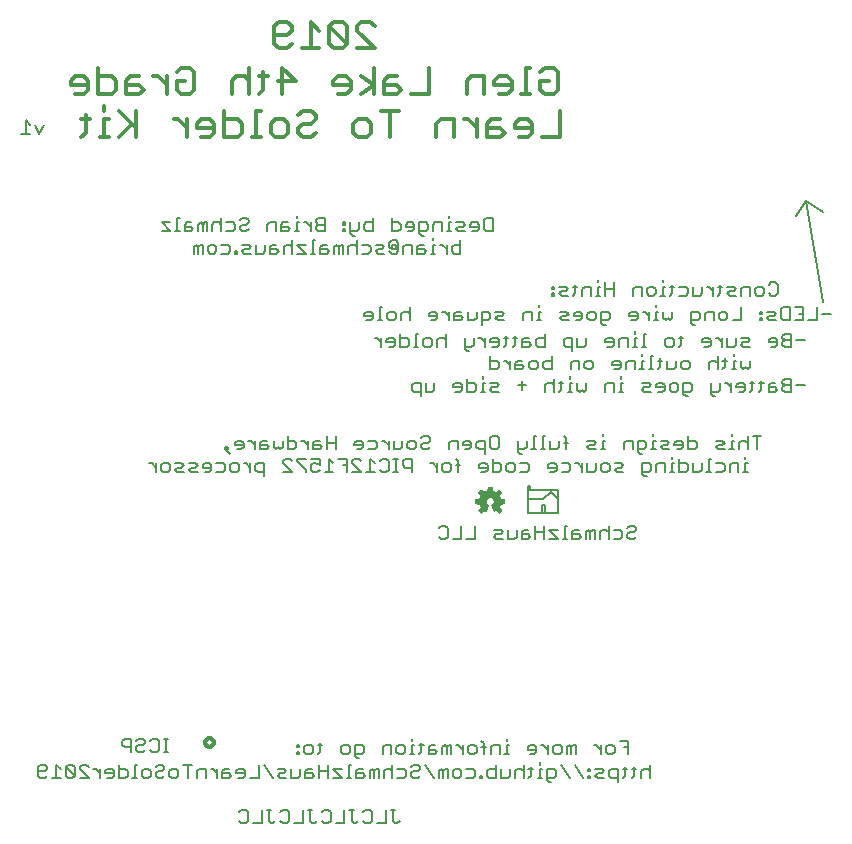
<source format=gbr>
G04 EAGLE Gerber RS-274X export*
G75*
%MOMM*%
%FSLAX34Y34*%
%LPD*%
%INSilkscreen Bottom*%
%IPPOS*%
%AMOC8*
5,1,8,0,0,1.08239X$1,22.5*%
G01*
%ADD10C,0.304800*%
%ADD11C,0.152400*%
%ADD12C,0.203200*%

G36*
X629224Y311780D02*
X629224Y311780D01*
X629290Y311785D01*
X629308Y311796D01*
X629329Y311801D01*
X629414Y311861D01*
X629438Y311875D01*
X629441Y311880D01*
X629446Y311884D01*
X631646Y314184D01*
X631654Y314197D01*
X631667Y314207D01*
X631698Y314271D01*
X631734Y314333D01*
X631735Y314349D01*
X631742Y314363D01*
X631741Y314434D01*
X631747Y314505D01*
X631741Y314520D01*
X631740Y314536D01*
X631683Y314661D01*
X631681Y314665D01*
X631681Y314666D01*
X629813Y317281D01*
X629815Y317292D01*
X629824Y317305D01*
X629835Y317363D01*
X629844Y317384D01*
X629844Y317406D01*
X629850Y317439D01*
X629851Y317444D01*
X629851Y317445D01*
X629851Y317446D01*
X629851Y317456D01*
X629884Y317521D01*
X629940Y317578D01*
X629951Y317596D01*
X629963Y317605D01*
X629971Y317624D01*
X630011Y317676D01*
X630084Y317821D01*
X630140Y317878D01*
X630180Y317942D01*
X630224Y318005D01*
X630226Y318017D01*
X630231Y318025D01*
X630235Y318060D01*
X630251Y318146D01*
X630251Y318195D01*
X630280Y318242D01*
X630324Y318305D01*
X630326Y318317D01*
X630331Y318325D01*
X630335Y318360D01*
X630351Y318446D01*
X630351Y318556D01*
X630384Y318621D01*
X630440Y318678D01*
X630480Y318742D01*
X630524Y318805D01*
X630526Y318817D01*
X630531Y318825D01*
X630535Y318860D01*
X630541Y318893D01*
X630544Y318901D01*
X630544Y318909D01*
X630551Y318946D01*
X630551Y318995D01*
X630580Y319042D01*
X630624Y319105D01*
X630626Y319117D01*
X630631Y319125D01*
X630635Y319160D01*
X630651Y319246D01*
X630651Y319356D01*
X630680Y319414D01*
X633936Y319972D01*
X633954Y319979D01*
X633973Y319980D01*
X634033Y320013D01*
X634095Y320039D01*
X634108Y320054D01*
X634125Y320063D01*
X634164Y320119D01*
X634208Y320170D01*
X634213Y320189D01*
X634224Y320205D01*
X634246Y320316D01*
X634251Y320338D01*
X634250Y320342D01*
X634251Y320346D01*
X634251Y323546D01*
X634247Y323565D01*
X634249Y323584D01*
X634238Y323618D01*
X634237Y323625D01*
X634232Y323635D01*
X634227Y323648D01*
X634212Y323714D01*
X634199Y323729D01*
X634193Y323747D01*
X634145Y323795D01*
X634102Y323848D01*
X634084Y323855D01*
X634070Y323869D01*
X633964Y323909D01*
X633944Y323918D01*
X633940Y323918D01*
X633936Y323920D01*
X630724Y324470D01*
X630713Y324509D01*
X630712Y324514D01*
X630711Y324515D01*
X630651Y324635D01*
X630651Y324646D01*
X630648Y324661D01*
X630650Y324677D01*
X630630Y324747D01*
X630630Y324762D01*
X630622Y324776D01*
X630613Y324809D01*
X630612Y324814D01*
X630611Y324815D01*
X630551Y324935D01*
X630551Y324946D01*
X630548Y324961D01*
X630550Y324977D01*
X630513Y325109D01*
X630512Y325114D01*
X630511Y325115D01*
X630351Y325435D01*
X630351Y325446D01*
X630348Y325461D01*
X630350Y325477D01*
X630313Y325609D01*
X630312Y325614D01*
X630311Y325615D01*
X630211Y325815D01*
X630188Y325843D01*
X630151Y325897D01*
X630151Y325946D01*
X630134Y326020D01*
X630120Y326095D01*
X630114Y326105D01*
X630112Y326114D01*
X630089Y326142D01*
X630040Y326214D01*
X629984Y326270D01*
X629911Y326415D01*
X629888Y326443D01*
X629851Y326497D01*
X629851Y326546D01*
X629834Y326620D01*
X629830Y326642D01*
X631684Y329330D01*
X631690Y329346D01*
X631702Y329359D01*
X631722Y329426D01*
X631747Y329491D01*
X631746Y329509D01*
X631751Y329525D01*
X631738Y329594D01*
X631732Y329664D01*
X631723Y329678D01*
X631720Y329695D01*
X631649Y329801D01*
X631642Y329812D01*
X631641Y329812D01*
X631640Y329814D01*
X629440Y332014D01*
X629426Y332023D01*
X629415Y332037D01*
X629353Y332068D01*
X629293Y332105D01*
X629276Y332107D01*
X629261Y332114D01*
X629191Y332115D01*
X629121Y332121D01*
X629105Y332115D01*
X629088Y332115D01*
X628970Y332064D01*
X628959Y332060D01*
X628958Y332059D01*
X628957Y332058D01*
X626258Y330196D01*
X626240Y330214D01*
X626175Y330254D01*
X626113Y330298D01*
X626101Y330300D01*
X626093Y330305D01*
X626058Y330308D01*
X625972Y330325D01*
X625922Y330325D01*
X625910Y330333D01*
X625842Y330385D01*
X625697Y330457D01*
X625640Y330514D01*
X625575Y330554D01*
X625513Y330598D01*
X625501Y330600D01*
X625493Y330605D01*
X625458Y330608D01*
X625372Y330625D01*
X625322Y330625D01*
X625310Y330633D01*
X625242Y330685D01*
X625042Y330785D01*
X625026Y330789D01*
X625013Y330798D01*
X624879Y330824D01*
X624873Y330825D01*
X624872Y330825D01*
X624862Y330825D01*
X624742Y330885D01*
X624726Y330889D01*
X624713Y330898D01*
X624579Y330924D01*
X624573Y330925D01*
X624572Y330925D01*
X624522Y330925D01*
X624475Y330954D01*
X624413Y330998D01*
X624401Y331000D01*
X624393Y331005D01*
X624358Y331008D01*
X624272Y331025D01*
X624162Y331025D01*
X624104Y331054D01*
X623546Y334310D01*
X623538Y334328D01*
X623537Y334347D01*
X623505Y334406D01*
X623478Y334469D01*
X623464Y334482D01*
X623454Y334499D01*
X623399Y334538D01*
X623347Y334582D01*
X623328Y334587D01*
X623313Y334598D01*
X623202Y334619D01*
X623180Y334625D01*
X623176Y334624D01*
X623172Y334625D01*
X619972Y334625D01*
X619953Y334621D01*
X619934Y334623D01*
X619870Y334601D01*
X619804Y334585D01*
X619789Y334573D01*
X619770Y334567D01*
X619723Y334519D01*
X619670Y334475D01*
X619662Y334458D01*
X619649Y334444D01*
X619609Y334338D01*
X619600Y334317D01*
X619600Y334314D01*
X619598Y334310D01*
X619048Y331098D01*
X619009Y331087D01*
X619004Y331085D01*
X619003Y331085D01*
X619002Y331085D01*
X618882Y331025D01*
X618872Y331025D01*
X618856Y331021D01*
X618840Y331024D01*
X618709Y330987D01*
X618704Y330985D01*
X618703Y330985D01*
X618702Y330985D01*
X618582Y330925D01*
X618572Y330925D01*
X618556Y330921D01*
X618540Y330924D01*
X618409Y330887D01*
X618404Y330885D01*
X618403Y330885D01*
X618402Y330885D01*
X618282Y330825D01*
X618172Y330825D01*
X618098Y330808D01*
X618022Y330794D01*
X618013Y330788D01*
X618004Y330785D01*
X617976Y330763D01*
X617904Y330714D01*
X617847Y330657D01*
X617782Y330625D01*
X617772Y330625D01*
X617756Y330621D01*
X617740Y330624D01*
X617609Y330587D01*
X617604Y330585D01*
X617603Y330585D01*
X617602Y330585D01*
X617402Y330485D01*
X617375Y330462D01*
X617304Y330414D01*
X617247Y330357D01*
X617182Y330325D01*
X617172Y330325D01*
X617156Y330321D01*
X617140Y330324D01*
X617009Y330287D01*
X617004Y330285D01*
X617003Y330285D01*
X617002Y330285D01*
X616861Y330214D01*
X614187Y332058D01*
X614175Y332063D01*
X614166Y332072D01*
X614095Y332094D01*
X614026Y332121D01*
X614013Y332120D01*
X614001Y332124D01*
X613928Y332112D01*
X613854Y332106D01*
X613843Y332099D01*
X613830Y332097D01*
X613710Y332020D01*
X611410Y329820D01*
X611396Y329798D01*
X611376Y329782D01*
X611349Y329726D01*
X611315Y329675D01*
X611312Y329649D01*
X611301Y329626D01*
X611302Y329564D01*
X611295Y329503D01*
X611304Y329479D01*
X611304Y329453D01*
X611342Y329373D01*
X611353Y329340D01*
X611360Y329334D01*
X611365Y329323D01*
X613300Y326650D01*
X613260Y326570D01*
X613204Y326514D01*
X613164Y326449D01*
X613120Y326386D01*
X613118Y326375D01*
X613113Y326367D01*
X613109Y326332D01*
X613093Y326246D01*
X613093Y326196D01*
X613085Y326183D01*
X613033Y326115D01*
X612960Y325970D01*
X612904Y325914D01*
X612864Y325849D01*
X612820Y325786D01*
X612818Y325775D01*
X612813Y325767D01*
X612809Y325732D01*
X612793Y325646D01*
X612793Y325596D01*
X612764Y325549D01*
X612720Y325486D01*
X612718Y325475D01*
X612713Y325467D01*
X612709Y325432D01*
X612693Y325346D01*
X612693Y325235D01*
X612660Y325170D01*
X612604Y325114D01*
X612564Y325049D01*
X612520Y324986D01*
X612518Y324975D01*
X612513Y324967D01*
X612509Y324932D01*
X612493Y324846D01*
X612493Y324796D01*
X612464Y324749D01*
X612420Y324686D01*
X612418Y324675D01*
X612413Y324667D01*
X612409Y324632D01*
X612393Y324546D01*
X612393Y324467D01*
X609110Y323920D01*
X609091Y323912D01*
X609071Y323911D01*
X609012Y323879D01*
X608950Y323853D01*
X608937Y323838D01*
X608919Y323828D01*
X608881Y323773D01*
X608837Y323723D01*
X608831Y323703D01*
X608820Y323686D01*
X608804Y323605D01*
X608800Y323595D01*
X608800Y323584D01*
X608799Y323580D01*
X608793Y323555D01*
X608794Y323551D01*
X608793Y323546D01*
X608793Y320346D01*
X608797Y320327D01*
X608795Y320308D01*
X608817Y320243D01*
X608832Y320177D01*
X608845Y320162D01*
X608851Y320144D01*
X608899Y320096D01*
X608942Y320044D01*
X608960Y320036D01*
X608974Y320022D01*
X609080Y319982D01*
X609100Y319973D01*
X609104Y319973D01*
X609108Y319972D01*
X612396Y319408D01*
X612431Y319283D01*
X612432Y319277D01*
X612433Y319277D01*
X612433Y319276D01*
X612493Y319156D01*
X612493Y319146D01*
X612496Y319130D01*
X612494Y319114D01*
X612531Y318983D01*
X612532Y318977D01*
X612533Y318977D01*
X612533Y318976D01*
X612593Y318856D01*
X612593Y318846D01*
X612596Y318830D01*
X612594Y318814D01*
X612631Y318683D01*
X612632Y318677D01*
X612633Y318677D01*
X612633Y318676D01*
X612793Y318356D01*
X612793Y318346D01*
X612796Y318330D01*
X612794Y318314D01*
X612831Y318183D01*
X612832Y318177D01*
X612833Y318177D01*
X612833Y318176D01*
X612933Y317976D01*
X612956Y317948D01*
X613004Y317878D01*
X613060Y317821D01*
X613093Y317756D01*
X613093Y317746D01*
X613096Y317730D01*
X613094Y317714D01*
X613131Y317583D01*
X613132Y317577D01*
X613133Y317577D01*
X613133Y317576D01*
X613233Y317376D01*
X613256Y317348D01*
X613304Y317278D01*
X613314Y317267D01*
X611369Y314673D01*
X611359Y314651D01*
X611342Y314632D01*
X611324Y314572D01*
X611299Y314515D01*
X611300Y314490D01*
X611293Y314466D01*
X611304Y314405D01*
X611307Y314342D01*
X611319Y314320D01*
X611324Y314296D01*
X611375Y314221D01*
X611391Y314191D01*
X611398Y314186D01*
X611404Y314178D01*
X613704Y311878D01*
X613718Y311869D01*
X613729Y311855D01*
X613791Y311823D01*
X613851Y311786D01*
X613868Y311785D01*
X613883Y311777D01*
X613954Y311777D01*
X614023Y311770D01*
X614039Y311776D01*
X614056Y311776D01*
X614174Y311828D01*
X614185Y311832D01*
X614186Y311833D01*
X614187Y311833D01*
X616886Y313695D01*
X616904Y313678D01*
X616969Y313637D01*
X617031Y313593D01*
X617043Y313591D01*
X617051Y313586D01*
X617086Y313583D01*
X617101Y313580D01*
X617104Y313578D01*
X617169Y313537D01*
X617231Y313493D01*
X617243Y313491D01*
X617251Y313486D01*
X617286Y313483D01*
X617372Y313466D01*
X617422Y313466D01*
X617469Y313437D01*
X617531Y313393D01*
X617543Y313391D01*
X617551Y313386D01*
X617586Y313383D01*
X617601Y313380D01*
X617604Y313378D01*
X617669Y313337D01*
X617731Y313293D01*
X617743Y313291D01*
X617751Y313286D01*
X617786Y313283D01*
X617801Y313280D01*
X617804Y313278D01*
X617869Y313237D01*
X617931Y313193D01*
X617943Y313191D01*
X617951Y313186D01*
X617986Y313183D01*
X618015Y313177D01*
X618042Y313144D01*
X618061Y313136D01*
X618076Y313121D01*
X618139Y313101D01*
X618200Y313073D01*
X618221Y313074D01*
X618240Y313068D01*
X618306Y313078D01*
X618373Y313080D01*
X618391Y313090D01*
X618411Y313093D01*
X618466Y313131D01*
X618525Y313163D01*
X618537Y313180D01*
X618553Y313192D01*
X618610Y313284D01*
X618624Y313305D01*
X618625Y313310D01*
X618628Y313314D01*
X620628Y318714D01*
X620632Y318745D01*
X620644Y318773D01*
X620642Y318829D01*
X620649Y318886D01*
X620639Y318915D01*
X620638Y318946D01*
X620611Y318996D01*
X620592Y319049D01*
X620570Y319071D01*
X620555Y319098D01*
X620495Y319144D01*
X620468Y319170D01*
X620455Y319174D01*
X620442Y319185D01*
X619897Y319457D01*
X619740Y319614D01*
X619710Y319633D01*
X619642Y319685D01*
X619497Y319757D01*
X619184Y320070D01*
X619111Y320215D01*
X619088Y320243D01*
X619040Y320314D01*
X618884Y320470D01*
X618823Y320591D01*
X618732Y320866D01*
X618720Y320885D01*
X618711Y320915D01*
X618651Y321035D01*
X618651Y321146D01*
X618643Y321181D01*
X618632Y321266D01*
X618551Y321507D01*
X618551Y322284D01*
X618632Y322526D01*
X618635Y322562D01*
X618651Y322646D01*
X618651Y322831D01*
X618788Y323035D01*
X618801Y323070D01*
X618832Y323126D01*
X618916Y323378D01*
X619267Y323904D01*
X619614Y324251D01*
X620140Y324602D01*
X620392Y324686D01*
X620410Y324697D01*
X620424Y324700D01*
X620437Y324711D01*
X620482Y324730D01*
X620687Y324866D01*
X620872Y324866D01*
X620907Y324875D01*
X620992Y324886D01*
X621234Y324966D01*
X621825Y324966D01*
X622180Y324878D01*
X622216Y324877D01*
X622272Y324866D01*
X622457Y324866D01*
X622662Y324730D01*
X622697Y324717D01*
X622746Y324689D01*
X622748Y324688D01*
X622749Y324688D01*
X622752Y324686D01*
X623004Y324602D01*
X623231Y324451D01*
X623404Y324278D01*
X623430Y324261D01*
X623462Y324230D01*
X623731Y324051D01*
X623877Y323904D01*
X624228Y323378D01*
X624593Y322284D01*
X624593Y321807D01*
X624512Y321566D01*
X624509Y321530D01*
X624493Y321446D01*
X624493Y321235D01*
X624333Y320915D01*
X624327Y320893D01*
X624312Y320866D01*
X624221Y320591D01*
X624060Y320270D01*
X623904Y320114D01*
X623885Y320083D01*
X623833Y320015D01*
X623760Y319870D01*
X623647Y319757D01*
X623502Y319685D01*
X623475Y319662D01*
X623404Y319614D01*
X623247Y319457D01*
X622926Y319297D01*
X622652Y319205D01*
X622603Y319175D01*
X622550Y319153D01*
X622530Y319131D01*
X622505Y319115D01*
X622474Y319066D01*
X622437Y319023D01*
X622429Y318994D01*
X622413Y318968D01*
X622407Y318911D01*
X622393Y318855D01*
X622399Y318821D01*
X622396Y318796D01*
X622408Y318764D01*
X622416Y318714D01*
X624416Y313314D01*
X624442Y313276D01*
X624458Y313233D01*
X624489Y313205D01*
X624512Y313170D01*
X624552Y313147D01*
X624585Y313116D01*
X624625Y313104D01*
X624662Y313083D01*
X624707Y313080D01*
X624751Y313067D01*
X624792Y313074D01*
X624834Y313072D01*
X624877Y313089D01*
X624922Y313097D01*
X624963Y313125D01*
X624994Y313138D01*
X625011Y313158D01*
X625024Y313166D01*
X625072Y313166D01*
X625146Y313184D01*
X625222Y313197D01*
X625231Y313204D01*
X625240Y313206D01*
X625268Y313229D01*
X625340Y313278D01*
X625347Y313284D01*
X625422Y313297D01*
X625431Y313304D01*
X625440Y313306D01*
X625468Y313329D01*
X625540Y313378D01*
X625547Y313384D01*
X625622Y313397D01*
X625631Y313404D01*
X625640Y313406D01*
X625668Y313429D01*
X625740Y313478D01*
X625747Y313484D01*
X625822Y313497D01*
X625831Y313504D01*
X625840Y313506D01*
X625868Y313529D01*
X625940Y313578D01*
X625947Y313584D01*
X626022Y313597D01*
X626031Y313604D01*
X626040Y313606D01*
X626068Y313629D01*
X626140Y313678D01*
X626147Y313684D01*
X626222Y313697D01*
X626231Y313704D01*
X626240Y313706D01*
X626241Y313706D01*
X628957Y311833D01*
X628977Y311826D01*
X628993Y311812D01*
X629056Y311794D01*
X629118Y311770D01*
X629139Y311772D01*
X629160Y311767D01*
X629224Y311780D01*
G37*
D10*
X663908Y685701D02*
X667636Y689429D01*
X675094Y689429D01*
X678822Y685701D01*
X678822Y670787D01*
X675094Y667058D01*
X667636Y667058D01*
X663908Y670787D01*
X663908Y678244D01*
X671365Y678244D01*
X655434Y689429D02*
X651706Y689429D01*
X651706Y667058D01*
X655434Y667058D02*
X647977Y667058D01*
X636114Y667058D02*
X628657Y667058D01*
X636114Y667058D02*
X639842Y670787D01*
X639842Y678244D01*
X636114Y681972D01*
X628657Y681972D01*
X624928Y678244D01*
X624928Y674515D01*
X639842Y674515D01*
X616454Y667058D02*
X616454Y681972D01*
X605269Y681972D01*
X601540Y678244D01*
X601540Y667058D01*
X569678Y667058D02*
X569678Y689429D01*
X569678Y667058D02*
X554764Y667058D01*
X542562Y681972D02*
X535105Y681972D01*
X531376Y678244D01*
X531376Y667058D01*
X542562Y667058D01*
X546290Y670787D01*
X542562Y674515D01*
X531376Y674515D01*
X522902Y667058D02*
X522902Y689429D01*
X522902Y674515D02*
X511717Y667058D01*
X522902Y674515D02*
X511717Y681972D01*
X499684Y667058D02*
X492227Y667058D01*
X499684Y667058D02*
X503412Y670787D01*
X503412Y678244D01*
X499684Y681972D01*
X492227Y681972D01*
X488498Y678244D01*
X488498Y674515D01*
X503412Y674515D01*
X445451Y667058D02*
X445451Y689429D01*
X456636Y678244D01*
X441722Y678244D01*
X429520Y685701D02*
X429520Y670787D01*
X425791Y667058D01*
X425791Y681972D02*
X433248Y681972D01*
X417656Y689429D02*
X417656Y667058D01*
X417656Y678244D02*
X413928Y681972D01*
X406471Y681972D01*
X402742Y678244D01*
X402742Y667058D01*
X359695Y689429D02*
X355966Y685701D01*
X359695Y689429D02*
X367152Y689429D01*
X370880Y685701D01*
X370880Y670787D01*
X367152Y667058D01*
X359695Y667058D01*
X355966Y670787D01*
X355966Y678244D01*
X363423Y678244D01*
X347492Y681972D02*
X347492Y667058D01*
X347492Y674515D02*
X340035Y681972D01*
X336307Y681972D01*
X324274Y681972D02*
X316817Y681972D01*
X313088Y678244D01*
X313088Y667058D01*
X324274Y667058D01*
X328003Y670787D01*
X324274Y674515D01*
X313088Y674515D01*
X289700Y667058D02*
X289700Y689429D01*
X289700Y667058D02*
X300886Y667058D01*
X304615Y670787D01*
X304615Y678244D01*
X300886Y681972D01*
X289700Y681972D01*
X277498Y667058D02*
X270041Y667058D01*
X277498Y667058D02*
X281227Y670787D01*
X281227Y678244D01*
X277498Y681972D01*
X270041Y681972D01*
X266313Y678244D01*
X266313Y674515D01*
X281227Y674515D01*
X680384Y653025D02*
X680384Y630654D01*
X665470Y630654D01*
X653268Y630654D02*
X645811Y630654D01*
X653268Y630654D02*
X656996Y634383D01*
X656996Y641840D01*
X653268Y645568D01*
X645811Y645568D01*
X642082Y641840D01*
X642082Y638111D01*
X656996Y638111D01*
X629880Y645568D02*
X622423Y645568D01*
X618694Y641840D01*
X618694Y630654D01*
X629880Y630654D01*
X633608Y634383D01*
X629880Y638111D01*
X618694Y638111D01*
X610220Y630654D02*
X610220Y645568D01*
X610220Y638111D02*
X602763Y645568D01*
X599035Y645568D01*
X590730Y645568D02*
X590730Y630654D01*
X590730Y645568D02*
X579545Y645568D01*
X575816Y641840D01*
X575816Y630654D01*
X536497Y630654D02*
X536497Y653025D01*
X543954Y653025D02*
X529040Y653025D01*
X516838Y630654D02*
X509381Y630654D01*
X505652Y634383D01*
X505652Y641840D01*
X509381Y645568D01*
X516838Y645568D01*
X520566Y641840D01*
X520566Y634383D01*
X516838Y630654D01*
X462605Y653025D02*
X458876Y649297D01*
X462605Y653025D02*
X470062Y653025D01*
X473790Y649297D01*
X473790Y645568D01*
X470062Y641840D01*
X462605Y641840D01*
X458876Y638111D01*
X458876Y634383D01*
X462605Y630654D01*
X470062Y630654D01*
X473790Y634383D01*
X446674Y630654D02*
X439217Y630654D01*
X435488Y634383D01*
X435488Y641840D01*
X439217Y645568D01*
X446674Y645568D01*
X450402Y641840D01*
X450402Y634383D01*
X446674Y630654D01*
X427014Y653025D02*
X423286Y653025D01*
X423286Y630654D01*
X427014Y630654D02*
X419557Y630654D01*
X396508Y630654D02*
X396508Y653025D01*
X396508Y630654D02*
X407694Y630654D01*
X411422Y634383D01*
X411422Y641840D01*
X407694Y645568D01*
X396508Y645568D01*
X384306Y630654D02*
X376849Y630654D01*
X384306Y630654D02*
X388034Y634383D01*
X388034Y641840D01*
X384306Y645568D01*
X376849Y645568D01*
X373120Y641840D01*
X373120Y638111D01*
X388034Y638111D01*
X364646Y630654D02*
X364646Y645568D01*
X364646Y638111D02*
X357189Y645568D01*
X353461Y645568D01*
X321769Y653025D02*
X321769Y630654D01*
X321769Y638111D02*
X306854Y653025D01*
X318040Y641840D02*
X306854Y630654D01*
X298381Y645568D02*
X294652Y645568D01*
X294652Y630654D01*
X290924Y630654D02*
X298381Y630654D01*
X294652Y653025D02*
X294652Y656754D01*
X279060Y649297D02*
X279060Y634383D01*
X275332Y630654D01*
X275332Y645568D02*
X282789Y645568D01*
X508780Y705796D02*
X523694Y705796D01*
X508780Y720710D01*
X508780Y724439D01*
X512508Y728167D01*
X519966Y728167D01*
X523694Y724439D01*
X500306Y724439D02*
X500306Y709525D01*
X500306Y724439D02*
X496578Y728167D01*
X489121Y728167D01*
X485392Y724439D01*
X485392Y709525D01*
X489121Y705796D01*
X496578Y705796D01*
X500306Y709525D01*
X485392Y724439D01*
X476918Y720710D02*
X469461Y728167D01*
X469461Y705796D01*
X476918Y705796D02*
X462004Y705796D01*
X453530Y709525D02*
X449802Y705796D01*
X442345Y705796D01*
X438616Y709525D01*
X438616Y724439D01*
X442345Y728167D01*
X449802Y728167D01*
X453530Y724439D01*
X453530Y720710D01*
X449802Y716982D01*
X438616Y716982D01*
D11*
X738540Y119304D02*
X738540Y108118D01*
X738540Y119304D02*
X731083Y119304D01*
X734812Y113711D02*
X738540Y113711D01*
X724982Y108118D02*
X721253Y108118D01*
X719389Y109982D01*
X719389Y113711D01*
X721253Y115575D01*
X724982Y115575D01*
X726846Y113711D01*
X726846Y109982D01*
X724982Y108118D01*
X715152Y108118D02*
X715152Y115575D01*
X715152Y111847D02*
X711424Y115575D01*
X709559Y115575D01*
X693713Y115575D02*
X693713Y108118D01*
X693713Y115575D02*
X691849Y115575D01*
X689985Y113711D01*
X689985Y108118D01*
X689985Y113711D02*
X688120Y115575D01*
X686256Y113711D01*
X686256Y108118D01*
X680155Y108118D02*
X676426Y108118D01*
X674562Y109982D01*
X674562Y113711D01*
X676426Y115575D01*
X680155Y115575D01*
X682019Y113711D01*
X682019Y109982D01*
X680155Y108118D01*
X670325Y108118D02*
X670325Y115575D01*
X670325Y111847D02*
X666597Y115575D01*
X664732Y115575D01*
X658716Y108118D02*
X654987Y108118D01*
X658716Y108118D02*
X660580Y109982D01*
X660580Y113711D01*
X658716Y115575D01*
X654987Y115575D01*
X653123Y113711D01*
X653123Y111847D01*
X660580Y111847D01*
X637192Y115575D02*
X635328Y115575D01*
X635328Y108118D01*
X637192Y108118D02*
X633464Y108118D01*
X635328Y119304D02*
X635328Y121168D01*
X629396Y115575D02*
X629396Y108118D01*
X629396Y115575D02*
X623804Y115575D01*
X621939Y113711D01*
X621939Y108118D01*
X615838Y108118D02*
X615838Y117439D01*
X613974Y119304D01*
X613974Y113711D02*
X617702Y113711D01*
X608042Y108118D02*
X604314Y108118D01*
X602449Y109982D01*
X602449Y113711D01*
X604314Y115575D01*
X608042Y115575D01*
X609906Y113711D01*
X609906Y109982D01*
X608042Y108118D01*
X598212Y108118D02*
X598212Y115575D01*
X598212Y111847D02*
X594484Y115575D01*
X592620Y115575D01*
X588467Y115575D02*
X588467Y108118D01*
X588467Y115575D02*
X586603Y115575D01*
X584739Y113711D01*
X584739Y108118D01*
X584739Y113711D02*
X582875Y115575D01*
X581010Y113711D01*
X581010Y108118D01*
X574909Y115575D02*
X571181Y115575D01*
X569316Y113711D01*
X569316Y108118D01*
X574909Y108118D01*
X576773Y109982D01*
X574909Y111847D01*
X569316Y111847D01*
X563215Y109982D02*
X563215Y117439D01*
X563215Y109982D02*
X561351Y108118D01*
X561351Y115575D02*
X565080Y115575D01*
X557284Y115575D02*
X555419Y115575D01*
X555419Y108118D01*
X553555Y108118D02*
X557284Y108118D01*
X555419Y119304D02*
X555419Y121168D01*
X547623Y108118D02*
X543895Y108118D01*
X542031Y109982D01*
X542031Y113711D01*
X543895Y115575D01*
X547623Y115575D01*
X549488Y113711D01*
X549488Y109982D01*
X547623Y108118D01*
X537794Y108118D02*
X537794Y115575D01*
X532201Y115575D01*
X530337Y113711D01*
X530337Y108118D01*
X510677Y104390D02*
X508813Y104390D01*
X506949Y106254D01*
X506949Y115575D01*
X512541Y115575D01*
X514406Y113711D01*
X514406Y109982D01*
X512541Y108118D01*
X506949Y108118D01*
X500847Y108118D02*
X497119Y108118D01*
X495255Y109982D01*
X495255Y113711D01*
X497119Y115575D01*
X500847Y115575D01*
X502712Y113711D01*
X502712Y109982D01*
X500847Y108118D01*
X477460Y109982D02*
X477460Y117439D01*
X477460Y109982D02*
X475595Y108118D01*
X475595Y115575D02*
X479324Y115575D01*
X469664Y108118D02*
X465935Y108118D01*
X464071Y109982D01*
X464071Y113711D01*
X465935Y115575D01*
X469664Y115575D01*
X471528Y113711D01*
X471528Y109982D01*
X469664Y108118D01*
X459834Y115575D02*
X457970Y115575D01*
X457970Y113711D01*
X459834Y113711D01*
X459834Y115575D01*
X459834Y109982D02*
X457970Y109982D01*
X457970Y108118D01*
X459834Y108118D01*
X459834Y109982D01*
X623555Y550890D02*
X623555Y562076D01*
X623555Y550890D02*
X617962Y550890D01*
X616098Y552754D01*
X616098Y560211D01*
X617962Y562076D01*
X623555Y562076D01*
X609997Y550890D02*
X606268Y550890D01*
X609997Y550890D02*
X611861Y552754D01*
X611861Y556483D01*
X609997Y558347D01*
X606268Y558347D01*
X604404Y556483D01*
X604404Y554619D01*
X611861Y554619D01*
X600167Y550890D02*
X594574Y550890D01*
X592710Y552754D01*
X594574Y554619D01*
X598303Y554619D01*
X600167Y556483D01*
X598303Y558347D01*
X592710Y558347D01*
X588473Y558347D02*
X586609Y558347D01*
X586609Y550890D01*
X588473Y550890D02*
X584745Y550890D01*
X586609Y562076D02*
X586609Y563940D01*
X580677Y558347D02*
X580677Y550890D01*
X580677Y558347D02*
X575084Y558347D01*
X573220Y556483D01*
X573220Y550890D01*
X565255Y547162D02*
X563390Y547162D01*
X561526Y549026D01*
X561526Y558347D01*
X567119Y558347D01*
X568983Y556483D01*
X568983Y552754D01*
X567119Y550890D01*
X561526Y550890D01*
X555425Y550890D02*
X551696Y550890D01*
X555425Y550890D02*
X557289Y552754D01*
X557289Y556483D01*
X555425Y558347D01*
X551696Y558347D01*
X549832Y556483D01*
X549832Y554619D01*
X557289Y554619D01*
X538138Y550890D02*
X538138Y562076D01*
X538138Y550890D02*
X543731Y550890D01*
X545595Y552754D01*
X545595Y556483D01*
X543731Y558347D01*
X538138Y558347D01*
X522207Y562076D02*
X522207Y550890D01*
X516614Y550890D01*
X514750Y552754D01*
X514750Y556483D01*
X516614Y558347D01*
X522207Y558347D01*
X510513Y558347D02*
X510513Y552754D01*
X508649Y550890D01*
X503056Y550890D01*
X503056Y549026D02*
X503056Y558347D01*
X503056Y549026D02*
X504920Y547162D01*
X506785Y547162D01*
X498819Y558347D02*
X496955Y558347D01*
X496955Y556483D01*
X498819Y556483D01*
X498819Y558347D01*
X498819Y552754D02*
X496955Y552754D01*
X496955Y550890D01*
X498819Y550890D01*
X498819Y552754D01*
X481278Y550890D02*
X481278Y562076D01*
X475686Y562076D01*
X473821Y560211D01*
X473821Y558347D01*
X475686Y556483D01*
X473821Y554619D01*
X473821Y552754D01*
X475686Y550890D01*
X481278Y550890D01*
X481278Y556483D02*
X475686Y556483D01*
X469584Y558347D02*
X469584Y550890D01*
X469584Y554619D02*
X465856Y558347D01*
X463992Y558347D01*
X459839Y558347D02*
X457975Y558347D01*
X457975Y550890D01*
X459839Y550890D02*
X456111Y550890D01*
X457975Y562076D02*
X457975Y563940D01*
X450179Y558347D02*
X446451Y558347D01*
X444586Y556483D01*
X444586Y550890D01*
X450179Y550890D01*
X452043Y552754D01*
X450179Y554619D01*
X444586Y554619D01*
X440349Y558347D02*
X440349Y550890D01*
X440349Y558347D02*
X434757Y558347D01*
X432892Y556483D01*
X432892Y550890D01*
X411369Y562076D02*
X409504Y560211D01*
X411369Y562076D02*
X415097Y562076D01*
X416962Y560211D01*
X416962Y558347D01*
X415097Y556483D01*
X411369Y556483D01*
X409504Y554619D01*
X409504Y552754D01*
X411369Y550890D01*
X415097Y550890D01*
X416962Y552754D01*
X403403Y558347D02*
X397811Y558347D01*
X403403Y558347D02*
X405268Y556483D01*
X405268Y552754D01*
X403403Y550890D01*
X397811Y550890D01*
X393574Y550890D02*
X393574Y562076D01*
X391709Y558347D02*
X393574Y556483D01*
X391709Y558347D02*
X387981Y558347D01*
X386117Y556483D01*
X386117Y550890D01*
X381880Y550890D02*
X381880Y558347D01*
X380015Y558347D01*
X378151Y556483D01*
X378151Y550890D01*
X378151Y556483D02*
X376287Y558347D01*
X374423Y556483D01*
X374423Y550890D01*
X368321Y558347D02*
X364593Y558347D01*
X362729Y556483D01*
X362729Y550890D01*
X368321Y550890D01*
X370186Y552754D01*
X368321Y554619D01*
X362729Y554619D01*
X358492Y562076D02*
X356627Y562076D01*
X356627Y550890D01*
X354763Y550890D02*
X358492Y550890D01*
X350696Y558347D02*
X343239Y558347D01*
X350696Y550890D01*
X343239Y550890D01*
X596269Y543026D02*
X596269Y531840D01*
X590676Y531840D01*
X588812Y533704D01*
X588812Y537433D01*
X590676Y539297D01*
X596269Y539297D01*
X584575Y539297D02*
X584575Y531840D01*
X584575Y535569D02*
X580846Y539297D01*
X578982Y539297D01*
X574830Y539297D02*
X572966Y539297D01*
X572966Y531840D01*
X574830Y531840D02*
X571102Y531840D01*
X572966Y543026D02*
X572966Y544890D01*
X565170Y539297D02*
X561441Y539297D01*
X559577Y537433D01*
X559577Y531840D01*
X565170Y531840D01*
X567034Y533704D01*
X565170Y535569D01*
X559577Y535569D01*
X555340Y539297D02*
X555340Y531840D01*
X555340Y539297D02*
X549747Y539297D01*
X547883Y537433D01*
X547883Y531840D01*
X538053Y531840D02*
X536189Y533704D01*
X538053Y531840D02*
X541782Y531840D01*
X543646Y533704D01*
X543646Y541161D01*
X541782Y543026D01*
X538053Y543026D01*
X536189Y541161D01*
X536189Y537433D01*
X538053Y535569D01*
X541782Y535569D01*
X541782Y539297D01*
X538053Y539297D01*
X538053Y535569D01*
X531952Y531840D02*
X526359Y531840D01*
X524495Y533704D01*
X526359Y535569D01*
X530088Y535569D01*
X531952Y537433D01*
X530088Y539297D01*
X524495Y539297D01*
X518394Y539297D02*
X512801Y539297D01*
X518394Y539297D02*
X520258Y537433D01*
X520258Y533704D01*
X518394Y531840D01*
X512801Y531840D01*
X508564Y531840D02*
X508564Y543026D01*
X506700Y539297D02*
X508564Y537433D01*
X506700Y539297D02*
X502971Y539297D01*
X501107Y537433D01*
X501107Y531840D01*
X496870Y531840D02*
X496870Y539297D01*
X495006Y539297D01*
X493142Y537433D01*
X493142Y531840D01*
X493142Y537433D02*
X491277Y539297D01*
X489413Y537433D01*
X489413Y531840D01*
X483312Y539297D02*
X479584Y539297D01*
X477719Y537433D01*
X477719Y531840D01*
X483312Y531840D01*
X485176Y533704D01*
X483312Y535569D01*
X477719Y535569D01*
X473482Y543026D02*
X471618Y543026D01*
X471618Y531840D01*
X473482Y531840D02*
X469754Y531840D01*
X465686Y539297D02*
X458229Y539297D01*
X465686Y531840D01*
X458229Y531840D01*
X453992Y531840D02*
X453992Y543026D01*
X452128Y539297D02*
X453992Y537433D01*
X452128Y539297D02*
X448400Y539297D01*
X446535Y537433D01*
X446535Y531840D01*
X440434Y539297D02*
X436706Y539297D01*
X434841Y537433D01*
X434841Y531840D01*
X440434Y531840D01*
X442298Y533704D01*
X440434Y535569D01*
X434841Y535569D01*
X430604Y533704D02*
X430604Y539297D01*
X430604Y533704D02*
X428740Y531840D01*
X423147Y531840D01*
X423147Y539297D01*
X418910Y531840D02*
X413318Y531840D01*
X411453Y533704D01*
X413318Y535569D01*
X417046Y535569D01*
X418910Y537433D01*
X417046Y539297D01*
X411453Y539297D01*
X407216Y533704D02*
X407216Y531840D01*
X407216Y533704D02*
X405352Y533704D01*
X405352Y531840D01*
X407216Y531840D01*
X399505Y539297D02*
X393912Y539297D01*
X399505Y539297D02*
X401370Y537433D01*
X401370Y533704D01*
X399505Y531840D01*
X393912Y531840D01*
X387811Y531840D02*
X384083Y531840D01*
X382219Y533704D01*
X382219Y537433D01*
X384083Y539297D01*
X387811Y539297D01*
X389676Y537433D01*
X389676Y533704D01*
X387811Y531840D01*
X377982Y531840D02*
X377982Y539297D01*
X376117Y539297D01*
X374253Y537433D01*
X374253Y531840D01*
X374253Y537433D02*
X372389Y539297D01*
X370525Y537433D01*
X370525Y531840D01*
X737689Y299695D02*
X739553Y301560D01*
X743282Y301560D01*
X745146Y299695D01*
X745146Y297831D01*
X743282Y295967D01*
X739553Y295967D01*
X737689Y294103D01*
X737689Y292238D01*
X739553Y290374D01*
X743282Y290374D01*
X745146Y292238D01*
X731588Y297831D02*
X725995Y297831D01*
X731588Y297831D02*
X733452Y295967D01*
X733452Y292238D01*
X731588Y290374D01*
X725995Y290374D01*
X721758Y290374D02*
X721758Y301560D01*
X719894Y297831D02*
X721758Y295967D01*
X719894Y297831D02*
X716165Y297831D01*
X714301Y295967D01*
X714301Y290374D01*
X710064Y290374D02*
X710064Y297831D01*
X708200Y297831D01*
X706336Y295967D01*
X706336Y290374D01*
X706336Y295967D02*
X704471Y297831D01*
X702607Y295967D01*
X702607Y290374D01*
X696506Y297831D02*
X692777Y297831D01*
X690913Y295967D01*
X690913Y290374D01*
X696506Y290374D01*
X698370Y292238D01*
X696506Y294103D01*
X690913Y294103D01*
X686676Y301560D02*
X684812Y301560D01*
X684812Y290374D01*
X686676Y290374D02*
X682948Y290374D01*
X678880Y297831D02*
X671423Y297831D01*
X678880Y290374D01*
X671423Y290374D01*
X667186Y290374D02*
X667186Y301560D01*
X667186Y295967D02*
X659729Y295967D01*
X659729Y301560D02*
X659729Y290374D01*
X653628Y297831D02*
X649900Y297831D01*
X648035Y295967D01*
X648035Y290374D01*
X653628Y290374D01*
X655492Y292238D01*
X653628Y294103D01*
X648035Y294103D01*
X643798Y292238D02*
X643798Y297831D01*
X643798Y292238D02*
X641934Y290374D01*
X636341Y290374D01*
X636341Y297831D01*
X632104Y290374D02*
X626512Y290374D01*
X624647Y292238D01*
X626512Y294103D01*
X630240Y294103D01*
X632104Y295967D01*
X630240Y297831D01*
X624647Y297831D01*
X608716Y301560D02*
X608716Y290374D01*
X601259Y290374D01*
X597022Y290374D02*
X597022Y301560D01*
X597022Y290374D02*
X589565Y290374D01*
X579736Y301560D02*
X577871Y299695D01*
X579736Y301560D02*
X583464Y301560D01*
X585328Y299695D01*
X585328Y292238D01*
X583464Y290374D01*
X579736Y290374D01*
X577871Y292238D01*
X902641Y480841D02*
X910098Y480841D01*
X898404Y486434D02*
X898404Y475248D01*
X890947Y475248D01*
X886710Y486434D02*
X879253Y486434D01*
X886710Y486434D02*
X886710Y475248D01*
X879253Y475248D01*
X882982Y480841D02*
X886710Y480841D01*
X875016Y486434D02*
X875016Y475248D01*
X869423Y475248D01*
X867559Y477112D01*
X867559Y484569D01*
X869423Y486434D01*
X875016Y486434D01*
X863322Y475248D02*
X857729Y475248D01*
X855865Y477112D01*
X857729Y478977D01*
X861458Y478977D01*
X863322Y480841D01*
X861458Y482705D01*
X855865Y482705D01*
X851628Y482705D02*
X849764Y482705D01*
X849764Y480841D01*
X851628Y480841D01*
X851628Y482705D01*
X851628Y477112D02*
X849764Y477112D01*
X849764Y475248D01*
X851628Y475248D01*
X851628Y477112D01*
X834087Y475248D02*
X834087Y486434D01*
X834087Y475248D02*
X826630Y475248D01*
X820529Y475248D02*
X816801Y475248D01*
X814936Y477112D01*
X814936Y480841D01*
X816801Y482705D01*
X820529Y482705D01*
X822393Y480841D01*
X822393Y477112D01*
X820529Y475248D01*
X810699Y475248D02*
X810699Y482705D01*
X805107Y482705D01*
X803242Y480841D01*
X803242Y475248D01*
X795277Y471520D02*
X793413Y471520D01*
X791548Y473384D01*
X791548Y482705D01*
X797141Y482705D01*
X799005Y480841D01*
X799005Y477112D01*
X797141Y475248D01*
X791548Y475248D01*
X775617Y477112D02*
X775617Y482705D01*
X775617Y477112D02*
X773753Y475248D01*
X771889Y477112D01*
X770025Y475248D01*
X768160Y477112D01*
X768160Y482705D01*
X763923Y482705D02*
X762059Y482705D01*
X762059Y475248D01*
X763923Y475248D02*
X760195Y475248D01*
X762059Y486434D02*
X762059Y488298D01*
X756127Y482705D02*
X756127Y475248D01*
X756127Y478977D02*
X752399Y482705D01*
X750535Y482705D01*
X744518Y475248D02*
X740790Y475248D01*
X744518Y475248D02*
X746382Y477112D01*
X746382Y480841D01*
X744518Y482705D01*
X740790Y482705D01*
X738925Y480841D01*
X738925Y478977D01*
X746382Y478977D01*
X719266Y471520D02*
X717402Y471520D01*
X715538Y473384D01*
X715538Y482705D01*
X721130Y482705D01*
X722995Y480841D01*
X722995Y477112D01*
X721130Y475248D01*
X715538Y475248D01*
X709436Y475248D02*
X705708Y475248D01*
X703844Y477112D01*
X703844Y480841D01*
X705708Y482705D01*
X709436Y482705D01*
X711301Y480841D01*
X711301Y477112D01*
X709436Y475248D01*
X697742Y475248D02*
X694014Y475248D01*
X697742Y475248D02*
X699607Y477112D01*
X699607Y480841D01*
X697742Y482705D01*
X694014Y482705D01*
X692150Y480841D01*
X692150Y478977D01*
X699607Y478977D01*
X687913Y475248D02*
X682320Y475248D01*
X680456Y477112D01*
X682320Y478977D01*
X686048Y478977D01*
X687913Y480841D01*
X686048Y482705D01*
X680456Y482705D01*
X664525Y482705D02*
X662660Y482705D01*
X662660Y475248D01*
X660796Y475248D02*
X664525Y475248D01*
X662660Y486434D02*
X662660Y488298D01*
X656729Y482705D02*
X656729Y475248D01*
X656729Y482705D02*
X651136Y482705D01*
X649272Y480841D01*
X649272Y475248D01*
X633341Y475248D02*
X627748Y475248D01*
X625884Y477112D01*
X627748Y478977D01*
X631477Y478977D01*
X633341Y480841D01*
X631477Y482705D01*
X625884Y482705D01*
X614190Y482705D02*
X614190Y471520D01*
X614190Y482705D02*
X619783Y482705D01*
X621647Y480841D01*
X621647Y477112D01*
X619783Y475248D01*
X614190Y475248D01*
X609953Y477112D02*
X609953Y482705D01*
X609953Y477112D02*
X608089Y475248D01*
X602496Y475248D01*
X602496Y482705D01*
X596395Y482705D02*
X592666Y482705D01*
X590802Y480841D01*
X590802Y475248D01*
X596395Y475248D01*
X598259Y477112D01*
X596395Y478977D01*
X590802Y478977D01*
X586565Y482705D02*
X586565Y475248D01*
X586565Y478977D02*
X582836Y482705D01*
X580972Y482705D01*
X574956Y475248D02*
X571227Y475248D01*
X574956Y475248D02*
X576820Y477112D01*
X576820Y480841D01*
X574956Y482705D01*
X571227Y482705D01*
X569363Y480841D01*
X569363Y478977D01*
X576820Y478977D01*
X553432Y475248D02*
X553432Y486434D01*
X551568Y482705D02*
X553432Y480841D01*
X551568Y482705D02*
X547839Y482705D01*
X545975Y480841D01*
X545975Y475248D01*
X539874Y475248D02*
X536145Y475248D01*
X534281Y477112D01*
X534281Y480841D01*
X536145Y482705D01*
X539874Y482705D01*
X541738Y480841D01*
X541738Y477112D01*
X539874Y475248D01*
X530044Y486434D02*
X528180Y486434D01*
X528180Y475248D01*
X530044Y475248D02*
X526316Y475248D01*
X520384Y475248D02*
X516655Y475248D01*
X520384Y475248D02*
X522248Y477112D01*
X522248Y480841D01*
X520384Y482705D01*
X516655Y482705D01*
X514791Y480841D01*
X514791Y478977D01*
X522248Y478977D01*
X756940Y99166D02*
X756940Y87980D01*
X756940Y93573D02*
X755076Y95437D01*
X751347Y95437D01*
X749483Y93573D01*
X749483Y87980D01*
X743382Y89844D02*
X743382Y97301D01*
X743382Y89844D02*
X741518Y87980D01*
X741518Y95437D02*
X745246Y95437D01*
X735586Y97301D02*
X735586Y89844D01*
X733722Y87980D01*
X733722Y95437D02*
X737450Y95437D01*
X729654Y95437D02*
X729654Y84252D01*
X729654Y95437D02*
X724061Y95437D01*
X722197Y93573D01*
X722197Y89844D01*
X724061Y87980D01*
X729654Y87980D01*
X717960Y87980D02*
X712367Y87980D01*
X710503Y89844D01*
X712367Y91709D01*
X716096Y91709D01*
X717960Y93573D01*
X716096Y95437D01*
X710503Y95437D01*
X706266Y95437D02*
X704402Y95437D01*
X704402Y93573D01*
X706266Y93573D01*
X706266Y95437D01*
X706266Y89844D02*
X704402Y89844D01*
X704402Y87980D01*
X706266Y87980D01*
X706266Y89844D01*
X700419Y87980D02*
X692962Y99166D01*
X681268Y99166D02*
X688725Y87980D01*
X673303Y84252D02*
X671439Y84252D01*
X669574Y86116D01*
X669574Y95437D01*
X675167Y95437D01*
X677031Y93573D01*
X677031Y89844D01*
X675167Y87980D01*
X669574Y87980D01*
X665337Y95437D02*
X663473Y95437D01*
X663473Y87980D01*
X665337Y87980D02*
X661609Y87980D01*
X663473Y99166D02*
X663473Y101030D01*
X655677Y97301D02*
X655677Y89844D01*
X653813Y87980D01*
X653813Y95437D02*
X657541Y95437D01*
X649745Y99166D02*
X649745Y87980D01*
X649745Y93573D02*
X647881Y95437D01*
X644153Y95437D01*
X642288Y93573D01*
X642288Y87980D01*
X638051Y89844D02*
X638051Y95437D01*
X638051Y89844D02*
X636187Y87980D01*
X630594Y87980D01*
X630594Y95437D01*
X626357Y99166D02*
X626357Y87980D01*
X620765Y87980D01*
X618900Y89844D01*
X618900Y93573D01*
X620765Y95437D01*
X626357Y95437D01*
X614663Y89844D02*
X614663Y87980D01*
X614663Y89844D02*
X612799Y89844D01*
X612799Y87980D01*
X614663Y87980D01*
X606952Y95437D02*
X601359Y95437D01*
X606952Y95437D02*
X608816Y93573D01*
X608816Y89844D01*
X606952Y87980D01*
X601359Y87980D01*
X595258Y87980D02*
X591530Y87980D01*
X589665Y89844D01*
X589665Y93573D01*
X591530Y95437D01*
X595258Y95437D01*
X597123Y93573D01*
X597123Y89844D01*
X595258Y87980D01*
X585429Y87980D02*
X585429Y95437D01*
X583564Y95437D01*
X581700Y93573D01*
X581700Y87980D01*
X581700Y93573D02*
X579836Y95437D01*
X577972Y93573D01*
X577972Y87980D01*
X573735Y87980D02*
X566278Y99166D01*
X556448Y99166D02*
X554584Y97301D01*
X556448Y99166D02*
X560176Y99166D01*
X562041Y97301D01*
X562041Y95437D01*
X560176Y93573D01*
X556448Y93573D01*
X554584Y91709D01*
X554584Y89844D01*
X556448Y87980D01*
X560176Y87980D01*
X562041Y89844D01*
X548482Y95437D02*
X542890Y95437D01*
X548482Y95437D02*
X550347Y93573D01*
X550347Y89844D01*
X548482Y87980D01*
X542890Y87980D01*
X538653Y87980D02*
X538653Y99166D01*
X536788Y95437D02*
X538653Y93573D01*
X536788Y95437D02*
X533060Y95437D01*
X531196Y93573D01*
X531196Y87980D01*
X526959Y87980D02*
X526959Y95437D01*
X525094Y95437D01*
X523230Y93573D01*
X523230Y87980D01*
X523230Y93573D02*
X521366Y95437D01*
X519502Y93573D01*
X519502Y87980D01*
X513400Y95437D02*
X509672Y95437D01*
X507808Y93573D01*
X507808Y87980D01*
X513400Y87980D01*
X515265Y89844D01*
X513400Y91709D01*
X507808Y91709D01*
X503571Y99166D02*
X501707Y99166D01*
X501707Y87980D01*
X503571Y87980D02*
X499842Y87980D01*
X495775Y95437D02*
X488318Y95437D01*
X495775Y87980D01*
X488318Y87980D01*
X484081Y87980D02*
X484081Y99166D01*
X484081Y93573D02*
X476624Y93573D01*
X476624Y99166D02*
X476624Y87980D01*
X470523Y95437D02*
X466794Y95437D01*
X464930Y93573D01*
X464930Y87980D01*
X470523Y87980D01*
X472387Y89844D01*
X470523Y91709D01*
X464930Y91709D01*
X460693Y89844D02*
X460693Y95437D01*
X460693Y89844D02*
X458829Y87980D01*
X453236Y87980D01*
X453236Y95437D01*
X448999Y87980D02*
X443406Y87980D01*
X441542Y89844D01*
X443406Y91709D01*
X447135Y91709D01*
X448999Y93573D01*
X447135Y95437D01*
X441542Y95437D01*
X437305Y87980D02*
X429848Y99166D01*
X425611Y99166D02*
X425611Y87980D01*
X418154Y87980D01*
X412053Y87980D02*
X408324Y87980D01*
X412053Y87980D02*
X413917Y89844D01*
X413917Y93573D01*
X412053Y95437D01*
X408324Y95437D01*
X406460Y93573D01*
X406460Y91709D01*
X413917Y91709D01*
X400359Y95437D02*
X396630Y95437D01*
X394766Y93573D01*
X394766Y87980D01*
X400359Y87980D01*
X402223Y89844D01*
X400359Y91709D01*
X394766Y91709D01*
X390529Y95437D02*
X390529Y87980D01*
X390529Y91709D02*
X386801Y95437D01*
X384936Y95437D01*
X380784Y95437D02*
X380784Y87980D01*
X380784Y95437D02*
X375191Y95437D01*
X373327Y93573D01*
X373327Y87980D01*
X365362Y87980D02*
X365362Y99166D01*
X369090Y99166D02*
X361633Y99166D01*
X355532Y87980D02*
X351803Y87980D01*
X349939Y89844D01*
X349939Y93573D01*
X351803Y95437D01*
X355532Y95437D01*
X357396Y93573D01*
X357396Y89844D01*
X355532Y87980D01*
X340109Y99166D02*
X338245Y97301D01*
X340109Y99166D02*
X343838Y99166D01*
X345702Y97301D01*
X345702Y95437D01*
X343838Y93573D01*
X340109Y93573D01*
X338245Y91709D01*
X338245Y89844D01*
X340109Y87980D01*
X343838Y87980D01*
X345702Y89844D01*
X332144Y87980D02*
X328415Y87980D01*
X326551Y89844D01*
X326551Y93573D01*
X328415Y95437D01*
X332144Y95437D01*
X334008Y93573D01*
X334008Y89844D01*
X332144Y87980D01*
X322314Y99166D02*
X320450Y99166D01*
X320450Y87980D01*
X322314Y87980D02*
X318586Y87980D01*
X307061Y87980D02*
X307061Y99166D01*
X307061Y87980D02*
X312654Y87980D01*
X314518Y89844D01*
X314518Y93573D01*
X312654Y95437D01*
X307061Y95437D01*
X300960Y87980D02*
X297232Y87980D01*
X300960Y87980D02*
X302824Y89844D01*
X302824Y93573D01*
X300960Y95437D01*
X297232Y95437D01*
X295367Y93573D01*
X295367Y91709D01*
X302824Y91709D01*
X291130Y95437D02*
X291130Y87980D01*
X291130Y91709D02*
X287402Y95437D01*
X285538Y95437D01*
X281385Y87980D02*
X273928Y87980D01*
X281385Y87980D02*
X273928Y95437D01*
X273928Y97301D01*
X275793Y99166D01*
X279521Y99166D01*
X281385Y97301D01*
X269691Y97301D02*
X269691Y89844D01*
X269691Y97301D02*
X267827Y99166D01*
X264099Y99166D01*
X262234Y97301D01*
X262234Y89844D01*
X264099Y87980D01*
X267827Y87980D01*
X269691Y89844D01*
X262234Y97301D01*
X257997Y95437D02*
X254269Y99166D01*
X254269Y87980D01*
X257997Y87980D02*
X250540Y87980D01*
X246303Y89844D02*
X244439Y87980D01*
X240711Y87980D01*
X238846Y89844D01*
X238846Y97301D01*
X240711Y99166D01*
X244439Y99166D01*
X246303Y97301D01*
X246303Y95437D01*
X244439Y93573D01*
X238846Y93573D01*
X847442Y366028D02*
X847442Y377214D01*
X851170Y377214D02*
X843713Y377214D01*
X839476Y377214D02*
X839476Y366028D01*
X839476Y371621D02*
X837612Y373485D01*
X833883Y373485D01*
X832019Y371621D01*
X832019Y366028D01*
X827782Y373485D02*
X825918Y373485D01*
X825918Y366028D01*
X827782Y366028D02*
X824054Y366028D01*
X825918Y377214D02*
X825918Y379078D01*
X819986Y366028D02*
X814393Y366028D01*
X812529Y367892D01*
X814393Y369757D01*
X818122Y369757D01*
X819986Y371621D01*
X818122Y373485D01*
X812529Y373485D01*
X789141Y377214D02*
X789141Y366028D01*
X794734Y366028D01*
X796598Y367892D01*
X796598Y371621D01*
X794734Y373485D01*
X789141Y373485D01*
X783040Y366028D02*
X779311Y366028D01*
X783040Y366028D02*
X784904Y367892D01*
X784904Y371621D01*
X783040Y373485D01*
X779311Y373485D01*
X777447Y371621D01*
X777447Y369757D01*
X784904Y369757D01*
X773210Y366028D02*
X767617Y366028D01*
X765753Y367892D01*
X767617Y369757D01*
X771346Y369757D01*
X773210Y371621D01*
X771346Y373485D01*
X765753Y373485D01*
X761516Y373485D02*
X759652Y373485D01*
X759652Y366028D01*
X761516Y366028D02*
X757788Y366028D01*
X759652Y377214D02*
X759652Y379078D01*
X749992Y362300D02*
X748128Y362300D01*
X746263Y364164D01*
X746263Y373485D01*
X751856Y373485D01*
X753720Y371621D01*
X753720Y367892D01*
X751856Y366028D01*
X746263Y366028D01*
X742026Y366028D02*
X742026Y373485D01*
X736434Y373485D01*
X734569Y371621D01*
X734569Y366028D01*
X718638Y373485D02*
X716774Y373485D01*
X716774Y366028D01*
X718638Y366028D02*
X714910Y366028D01*
X716774Y377214D02*
X716774Y379078D01*
X710842Y366028D02*
X705250Y366028D01*
X703385Y367892D01*
X705250Y369757D01*
X708978Y369757D01*
X710842Y371621D01*
X708978Y373485D01*
X703385Y373485D01*
X685590Y375349D02*
X685590Y366028D01*
X685590Y375349D02*
X683726Y377214D01*
X683726Y371621D02*
X687454Y371621D01*
X679659Y373485D02*
X679659Y367892D01*
X677794Y366028D01*
X672201Y366028D01*
X672201Y373485D01*
X667965Y377214D02*
X666100Y377214D01*
X666100Y366028D01*
X664236Y366028D02*
X667965Y366028D01*
X660169Y377214D02*
X658304Y377214D01*
X658304Y366028D01*
X656440Y366028D02*
X660169Y366028D01*
X652373Y367892D02*
X652373Y373485D01*
X652373Y367892D02*
X650508Y366028D01*
X644916Y366028D01*
X644916Y364164D02*
X644916Y373485D01*
X644916Y364164D02*
X646780Y362300D01*
X648644Y362300D01*
X627120Y377214D02*
X623392Y377214D01*
X627120Y377214D02*
X628985Y375349D01*
X628985Y367892D01*
X627120Y366028D01*
X623392Y366028D01*
X621528Y367892D01*
X621528Y375349D01*
X623392Y377214D01*
X617291Y373485D02*
X617291Y362300D01*
X617291Y373485D02*
X611698Y373485D01*
X609834Y371621D01*
X609834Y367892D01*
X611698Y366028D01*
X617291Y366028D01*
X603732Y366028D02*
X600004Y366028D01*
X603732Y366028D02*
X605597Y367892D01*
X605597Y371621D01*
X603732Y373485D01*
X600004Y373485D01*
X598140Y371621D01*
X598140Y369757D01*
X605597Y369757D01*
X593903Y373485D02*
X593903Y366028D01*
X593903Y373485D02*
X588310Y373485D01*
X586446Y371621D01*
X586446Y366028D01*
X564922Y377214D02*
X563058Y375349D01*
X564922Y377214D02*
X568651Y377214D01*
X570515Y375349D01*
X570515Y373485D01*
X568651Y371621D01*
X564922Y371621D01*
X563058Y369757D01*
X563058Y367892D01*
X564922Y366028D01*
X568651Y366028D01*
X570515Y367892D01*
X556957Y366028D02*
X553228Y366028D01*
X551364Y367892D01*
X551364Y371621D01*
X553228Y373485D01*
X556957Y373485D01*
X558821Y371621D01*
X558821Y367892D01*
X556957Y366028D01*
X547127Y367892D02*
X547127Y373485D01*
X547127Y367892D02*
X545263Y366028D01*
X539670Y366028D01*
X539670Y373485D01*
X535433Y373485D02*
X535433Y366028D01*
X535433Y369757D02*
X531704Y373485D01*
X529840Y373485D01*
X523824Y373485D02*
X518231Y373485D01*
X523824Y373485D02*
X525688Y371621D01*
X525688Y367892D01*
X523824Y366028D01*
X518231Y366028D01*
X512130Y366028D02*
X508401Y366028D01*
X512130Y366028D02*
X513994Y367892D01*
X513994Y371621D01*
X512130Y373485D01*
X508401Y373485D01*
X506537Y371621D01*
X506537Y369757D01*
X513994Y369757D01*
X490606Y366028D02*
X490606Y377214D01*
X490606Y371621D02*
X483149Y371621D01*
X483149Y377214D02*
X483149Y366028D01*
X477048Y373485D02*
X473319Y373485D01*
X471455Y371621D01*
X471455Y366028D01*
X477048Y366028D01*
X478912Y367892D01*
X477048Y369757D01*
X471455Y369757D01*
X467218Y373485D02*
X467218Y366028D01*
X467218Y369757D02*
X463490Y373485D01*
X461625Y373485D01*
X450016Y377214D02*
X450016Y366028D01*
X455609Y366028D01*
X457473Y367892D01*
X457473Y371621D01*
X455609Y373485D01*
X450016Y373485D01*
X445779Y373485D02*
X445779Y367892D01*
X443915Y366028D01*
X442051Y367892D01*
X440186Y366028D01*
X438322Y367892D01*
X438322Y373485D01*
X432221Y373485D02*
X428492Y373485D01*
X426628Y371621D01*
X426628Y366028D01*
X432221Y366028D01*
X434085Y367892D01*
X432221Y369757D01*
X426628Y369757D01*
X422391Y373485D02*
X422391Y366028D01*
X422391Y369757D02*
X418663Y373485D01*
X416798Y373485D01*
X410782Y366028D02*
X407054Y366028D01*
X410782Y366028D02*
X412646Y367892D01*
X412646Y371621D01*
X410782Y373485D01*
X407054Y373485D01*
X405189Y371621D01*
X405189Y369757D01*
X412646Y369757D01*
X400952Y362300D02*
X397224Y366028D01*
X397224Y367892D01*
X399088Y367892D01*
X399088Y366028D01*
X397224Y366028D01*
X837612Y354435D02*
X839476Y354435D01*
X837612Y354435D02*
X837612Y346978D01*
X839476Y346978D02*
X835748Y346978D01*
X837612Y358164D02*
X837612Y360028D01*
X831680Y354435D02*
X831680Y346978D01*
X831680Y354435D02*
X826087Y354435D01*
X824223Y352571D01*
X824223Y346978D01*
X818122Y354435D02*
X812529Y354435D01*
X818122Y354435D02*
X819986Y352571D01*
X819986Y348842D01*
X818122Y346978D01*
X812529Y346978D01*
X808292Y358164D02*
X806428Y358164D01*
X806428Y346978D01*
X808292Y346978D02*
X804564Y346978D01*
X800496Y348842D02*
X800496Y354435D01*
X800496Y348842D02*
X798632Y346978D01*
X793039Y346978D01*
X793039Y354435D01*
X781345Y358164D02*
X781345Y346978D01*
X786938Y346978D01*
X788802Y348842D01*
X788802Y352571D01*
X786938Y354435D01*
X781345Y354435D01*
X777108Y354435D02*
X775244Y354435D01*
X775244Y346978D01*
X777108Y346978D02*
X773380Y346978D01*
X775244Y358164D02*
X775244Y360028D01*
X769312Y354435D02*
X769312Y346978D01*
X769312Y354435D02*
X763720Y354435D01*
X761855Y352571D01*
X761855Y346978D01*
X753890Y343250D02*
X752026Y343250D01*
X750161Y345114D01*
X750161Y354435D01*
X755754Y354435D01*
X757618Y352571D01*
X757618Y348842D01*
X755754Y346978D01*
X750161Y346978D01*
X734230Y346978D02*
X728638Y346978D01*
X726773Y348842D01*
X728638Y350707D01*
X732366Y350707D01*
X734230Y352571D01*
X732366Y354435D01*
X726773Y354435D01*
X720672Y346978D02*
X716944Y346978D01*
X715079Y348842D01*
X715079Y352571D01*
X716944Y354435D01*
X720672Y354435D01*
X722536Y352571D01*
X722536Y348842D01*
X720672Y346978D01*
X710842Y348842D02*
X710842Y354435D01*
X710842Y348842D02*
X708978Y346978D01*
X703385Y346978D01*
X703385Y354435D01*
X699148Y354435D02*
X699148Y346978D01*
X699148Y350707D02*
X695420Y354435D01*
X693556Y354435D01*
X687539Y354435D02*
X681946Y354435D01*
X687539Y354435D02*
X689403Y352571D01*
X689403Y348842D01*
X687539Y346978D01*
X681946Y346978D01*
X675845Y346978D02*
X672117Y346978D01*
X675845Y346978D02*
X677710Y348842D01*
X677710Y352571D01*
X675845Y354435D01*
X672117Y354435D01*
X670252Y352571D01*
X670252Y350707D01*
X677710Y350707D01*
X652457Y354435D02*
X646865Y354435D01*
X652457Y354435D02*
X654322Y352571D01*
X654322Y348842D01*
X652457Y346978D01*
X646865Y346978D01*
X640763Y346978D02*
X637035Y346978D01*
X635171Y348842D01*
X635171Y352571D01*
X637035Y354435D01*
X640763Y354435D01*
X642628Y352571D01*
X642628Y348842D01*
X640763Y346978D01*
X623477Y346978D02*
X623477Y358164D01*
X623477Y346978D02*
X629069Y346978D01*
X630934Y348842D01*
X630934Y352571D01*
X629069Y354435D01*
X623477Y354435D01*
X617375Y346978D02*
X613647Y346978D01*
X617375Y346978D02*
X619240Y348842D01*
X619240Y352571D01*
X617375Y354435D01*
X613647Y354435D01*
X611783Y352571D01*
X611783Y350707D01*
X619240Y350707D01*
X593987Y346978D02*
X593987Y356299D01*
X592123Y358164D01*
X592123Y352571D02*
X595852Y352571D01*
X586192Y346978D02*
X582463Y346978D01*
X580599Y348842D01*
X580599Y352571D01*
X582463Y354435D01*
X586192Y354435D01*
X588056Y352571D01*
X588056Y348842D01*
X586192Y346978D01*
X576362Y346978D02*
X576362Y354435D01*
X576362Y350707D02*
X572633Y354435D01*
X570769Y354435D01*
X554923Y358164D02*
X554923Y346978D01*
X554923Y358164D02*
X549330Y358164D01*
X547466Y356299D01*
X547466Y352571D01*
X549330Y350707D01*
X554923Y350707D01*
X543229Y346978D02*
X539500Y346978D01*
X541365Y346978D02*
X541365Y358164D01*
X543229Y358164D02*
X539500Y358164D01*
X529840Y358164D02*
X527976Y356299D01*
X529840Y358164D02*
X533569Y358164D01*
X535433Y356299D01*
X535433Y348842D01*
X533569Y346978D01*
X529840Y346978D01*
X527976Y348842D01*
X523739Y354435D02*
X520010Y358164D01*
X520010Y346978D01*
X516282Y346978D02*
X523739Y346978D01*
X512045Y346978D02*
X504588Y346978D01*
X512045Y346978D02*
X504588Y354435D01*
X504588Y356299D01*
X506452Y358164D01*
X510181Y358164D01*
X512045Y356299D01*
X500351Y358164D02*
X500351Y346978D01*
X500351Y358164D02*
X492894Y358164D01*
X496623Y352571D02*
X500351Y352571D01*
X488657Y354435D02*
X484929Y358164D01*
X484929Y346978D01*
X488657Y346978D02*
X481200Y346978D01*
X476963Y358164D02*
X469506Y358164D01*
X476963Y358164D02*
X476963Y352571D01*
X473235Y354435D01*
X471370Y354435D01*
X469506Y352571D01*
X469506Y348842D01*
X471370Y346978D01*
X475099Y346978D01*
X476963Y348842D01*
X465269Y358164D02*
X457812Y358164D01*
X457812Y356299D01*
X465269Y348842D01*
X465269Y346978D01*
X453575Y346978D02*
X446118Y346978D01*
X453575Y346978D02*
X446118Y354435D01*
X446118Y356299D01*
X447982Y358164D01*
X451711Y358164D01*
X453575Y356299D01*
X430187Y354435D02*
X430187Y343250D01*
X430187Y354435D02*
X424594Y354435D01*
X422730Y352571D01*
X422730Y348842D01*
X424594Y346978D01*
X430187Y346978D01*
X418493Y346978D02*
X418493Y354435D01*
X418493Y350707D02*
X414765Y354435D01*
X412900Y354435D01*
X406884Y346978D02*
X403156Y346978D01*
X401291Y348842D01*
X401291Y352571D01*
X403156Y354435D01*
X406884Y354435D01*
X408748Y352571D01*
X408748Y348842D01*
X406884Y346978D01*
X395190Y354435D02*
X389597Y354435D01*
X395190Y354435D02*
X397054Y352571D01*
X397054Y348842D01*
X395190Y346978D01*
X389597Y346978D01*
X383496Y346978D02*
X379768Y346978D01*
X383496Y346978D02*
X385360Y348842D01*
X385360Y352571D01*
X383496Y354435D01*
X379768Y354435D01*
X377903Y352571D01*
X377903Y350707D01*
X385360Y350707D01*
X373666Y346978D02*
X368074Y346978D01*
X366209Y348842D01*
X368074Y350707D01*
X371802Y350707D01*
X373666Y352571D01*
X371802Y354435D01*
X366209Y354435D01*
X361972Y346978D02*
X356380Y346978D01*
X354515Y348842D01*
X356380Y350707D01*
X360108Y350707D01*
X361972Y352571D01*
X360108Y354435D01*
X354515Y354435D01*
X348414Y346978D02*
X344686Y346978D01*
X342821Y348842D01*
X342821Y352571D01*
X344686Y354435D01*
X348414Y354435D01*
X350278Y352571D01*
X350278Y348842D01*
X348414Y346978D01*
X338584Y346978D02*
X338584Y354435D01*
X338584Y350707D02*
X334856Y354435D01*
X332992Y354435D01*
X857429Y505651D02*
X859293Y507516D01*
X863022Y507516D01*
X864886Y505651D01*
X864886Y498194D01*
X863022Y496330D01*
X859293Y496330D01*
X857429Y498194D01*
X851328Y496330D02*
X847599Y496330D01*
X845735Y498194D01*
X845735Y501923D01*
X847599Y503787D01*
X851328Y503787D01*
X853192Y501923D01*
X853192Y498194D01*
X851328Y496330D01*
X841498Y496330D02*
X841498Y503787D01*
X835905Y503787D01*
X834041Y501923D01*
X834041Y496330D01*
X829804Y496330D02*
X824211Y496330D01*
X822347Y498194D01*
X824211Y500059D01*
X827940Y500059D01*
X829804Y501923D01*
X827940Y503787D01*
X822347Y503787D01*
X816246Y505651D02*
X816246Y498194D01*
X814382Y496330D01*
X814382Y503787D02*
X818110Y503787D01*
X810314Y503787D02*
X810314Y496330D01*
X810314Y500059D02*
X806586Y503787D01*
X804721Y503787D01*
X800569Y503787D02*
X800569Y498194D01*
X798705Y496330D01*
X793112Y496330D01*
X793112Y503787D01*
X787011Y503787D02*
X781418Y503787D01*
X787011Y503787D02*
X788875Y501923D01*
X788875Y498194D01*
X787011Y496330D01*
X781418Y496330D01*
X775317Y498194D02*
X775317Y505651D01*
X775317Y498194D02*
X773453Y496330D01*
X773453Y503787D02*
X777181Y503787D01*
X769385Y503787D02*
X767521Y503787D01*
X767521Y496330D01*
X769385Y496330D02*
X765657Y496330D01*
X767521Y507516D02*
X767521Y509380D01*
X759725Y496330D02*
X755997Y496330D01*
X754132Y498194D01*
X754132Y501923D01*
X755997Y503787D01*
X759725Y503787D01*
X761589Y501923D01*
X761589Y498194D01*
X759725Y496330D01*
X749895Y496330D02*
X749895Y503787D01*
X744303Y503787D01*
X742438Y501923D01*
X742438Y496330D01*
X726507Y496330D02*
X726507Y507516D01*
X726507Y501923D02*
X719050Y501923D01*
X719050Y507516D02*
X719050Y496330D01*
X714813Y503787D02*
X712949Y503787D01*
X712949Y496330D01*
X714813Y496330D02*
X711085Y496330D01*
X712949Y507516D02*
X712949Y509380D01*
X707017Y503787D02*
X707017Y496330D01*
X707017Y503787D02*
X701425Y503787D01*
X699560Y501923D01*
X699560Y496330D01*
X693459Y498194D02*
X693459Y505651D01*
X693459Y498194D02*
X691595Y496330D01*
X691595Y503787D02*
X695324Y503787D01*
X687528Y496330D02*
X681935Y496330D01*
X680071Y498194D01*
X681935Y500059D01*
X685663Y500059D01*
X687528Y501923D01*
X685663Y503787D01*
X680071Y503787D01*
X675834Y503787D02*
X673969Y503787D01*
X673969Y501923D01*
X675834Y501923D01*
X675834Y503787D01*
X675834Y498194D02*
X673969Y498194D01*
X673969Y496330D01*
X675834Y496330D01*
X675834Y498194D01*
D10*
X380202Y117856D02*
X380204Y117975D01*
X380210Y118095D01*
X380220Y118214D01*
X380234Y118332D01*
X380252Y118450D01*
X380273Y118568D01*
X380299Y118684D01*
X380328Y118800D01*
X380362Y118915D01*
X380399Y119028D01*
X380440Y119140D01*
X380484Y119251D01*
X380532Y119361D01*
X380584Y119468D01*
X380639Y119574D01*
X380698Y119678D01*
X380761Y119780D01*
X380826Y119879D01*
X380895Y119977D01*
X380967Y120072D01*
X381042Y120165D01*
X381121Y120255D01*
X381202Y120343D01*
X381286Y120427D01*
X381373Y120509D01*
X381462Y120588D01*
X381554Y120664D01*
X381649Y120737D01*
X381746Y120807D01*
X381845Y120873D01*
X381947Y120936D01*
X382050Y120996D01*
X382155Y121052D01*
X382262Y121105D01*
X382371Y121154D01*
X382482Y121200D01*
X382594Y121241D01*
X382707Y121279D01*
X382821Y121314D01*
X382937Y121344D01*
X383053Y121371D01*
X383170Y121393D01*
X383288Y121412D01*
X383407Y121427D01*
X383526Y121438D01*
X383645Y121445D01*
X383764Y121448D01*
X383884Y121447D01*
X384003Y121442D01*
X384122Y121433D01*
X384241Y121420D01*
X384359Y121403D01*
X384476Y121383D01*
X384593Y121358D01*
X384709Y121329D01*
X384824Y121297D01*
X384938Y121261D01*
X385051Y121221D01*
X385162Y121177D01*
X385271Y121130D01*
X385379Y121079D01*
X385486Y121025D01*
X385590Y120967D01*
X385692Y120905D01*
X385793Y120841D01*
X385891Y120772D01*
X385987Y120701D01*
X386080Y120627D01*
X386171Y120549D01*
X386259Y120469D01*
X386344Y120385D01*
X386427Y120299D01*
X386507Y120210D01*
X386584Y120119D01*
X386657Y120025D01*
X386728Y119928D01*
X386795Y119830D01*
X386859Y119729D01*
X386920Y119626D01*
X386977Y119521D01*
X387030Y119415D01*
X387080Y119306D01*
X387127Y119196D01*
X387169Y119085D01*
X387208Y118972D01*
X387244Y118858D01*
X387275Y118742D01*
X387302Y118626D01*
X387326Y118509D01*
X387346Y118391D01*
X387362Y118273D01*
X387374Y118154D01*
X387382Y118035D01*
X387386Y117916D01*
X387386Y117796D01*
X387382Y117677D01*
X387374Y117558D01*
X387362Y117439D01*
X387346Y117321D01*
X387326Y117203D01*
X387302Y117086D01*
X387275Y116970D01*
X387244Y116854D01*
X387208Y116740D01*
X387169Y116627D01*
X387127Y116516D01*
X387080Y116406D01*
X387030Y116297D01*
X386977Y116191D01*
X386920Y116086D01*
X386859Y115983D01*
X386795Y115882D01*
X386728Y115784D01*
X386657Y115687D01*
X386584Y115593D01*
X386507Y115502D01*
X386427Y115413D01*
X386344Y115327D01*
X386259Y115243D01*
X386171Y115163D01*
X386080Y115085D01*
X385987Y115011D01*
X385891Y114940D01*
X385793Y114871D01*
X385692Y114807D01*
X385590Y114745D01*
X385486Y114687D01*
X385379Y114633D01*
X385271Y114582D01*
X385162Y114535D01*
X385051Y114491D01*
X384938Y114451D01*
X384824Y114415D01*
X384709Y114383D01*
X384593Y114354D01*
X384476Y114329D01*
X384359Y114309D01*
X384241Y114292D01*
X384122Y114279D01*
X384003Y114270D01*
X383884Y114265D01*
X383764Y114264D01*
X383645Y114267D01*
X383526Y114274D01*
X383407Y114285D01*
X383288Y114300D01*
X383170Y114319D01*
X383053Y114341D01*
X382937Y114368D01*
X382821Y114398D01*
X382707Y114433D01*
X382594Y114471D01*
X382482Y114512D01*
X382371Y114558D01*
X382262Y114607D01*
X382155Y114660D01*
X382050Y114716D01*
X381947Y114776D01*
X381845Y114839D01*
X381746Y114905D01*
X381649Y114975D01*
X381554Y115048D01*
X381462Y115124D01*
X381373Y115203D01*
X381286Y115285D01*
X381202Y115369D01*
X381121Y115457D01*
X381042Y115547D01*
X380967Y115640D01*
X380895Y115735D01*
X380826Y115833D01*
X380761Y115932D01*
X380698Y116034D01*
X380639Y116138D01*
X380584Y116244D01*
X380532Y116351D01*
X380484Y116461D01*
X380440Y116572D01*
X380399Y116684D01*
X380362Y116797D01*
X380328Y116912D01*
X380299Y117028D01*
X380273Y117144D01*
X380252Y117262D01*
X380234Y117380D01*
X380220Y117498D01*
X380210Y117617D01*
X380204Y117737D01*
X380202Y117856D01*
D11*
X239815Y633440D02*
X243544Y640897D01*
X236087Y640897D02*
X239815Y633440D01*
X231850Y640897D02*
X228122Y644626D01*
X228122Y633440D01*
X231850Y633440D02*
X224393Y633440D01*
X880543Y458489D02*
X888000Y458489D01*
X876306Y452896D02*
X876306Y464082D01*
X870713Y464082D01*
X868849Y462217D01*
X868849Y460353D01*
X870713Y458489D01*
X868849Y456625D01*
X868849Y454760D01*
X870713Y452896D01*
X876306Y452896D01*
X876306Y458489D02*
X870713Y458489D01*
X862748Y452896D02*
X859019Y452896D01*
X862748Y452896D02*
X864612Y454760D01*
X864612Y458489D01*
X862748Y460353D01*
X859019Y460353D01*
X857155Y458489D01*
X857155Y456625D01*
X864612Y456625D01*
X841224Y452896D02*
X835631Y452896D01*
X833767Y454760D01*
X835631Y456625D01*
X839360Y456625D01*
X841224Y458489D01*
X839360Y460353D01*
X833767Y460353D01*
X829530Y460353D02*
X829530Y454760D01*
X827666Y452896D01*
X822073Y452896D01*
X822073Y460353D01*
X817836Y460353D02*
X817836Y452896D01*
X817836Y456625D02*
X814108Y460353D01*
X812243Y460353D01*
X806227Y452896D02*
X802498Y452896D01*
X806227Y452896D02*
X808091Y454760D01*
X808091Y458489D01*
X806227Y460353D01*
X802498Y460353D01*
X800634Y458489D01*
X800634Y456625D01*
X808091Y456625D01*
X782839Y454760D02*
X782839Y462217D01*
X782839Y454760D02*
X780975Y452896D01*
X780975Y460353D02*
X784703Y460353D01*
X775043Y452896D02*
X771315Y452896D01*
X769450Y454760D01*
X769450Y458489D01*
X771315Y460353D01*
X775043Y460353D01*
X776907Y458489D01*
X776907Y454760D01*
X775043Y452896D01*
X753519Y464082D02*
X751655Y464082D01*
X751655Y452896D01*
X753519Y452896D02*
X749791Y452896D01*
X745723Y460353D02*
X743859Y460353D01*
X743859Y452896D01*
X745723Y452896D02*
X741995Y452896D01*
X743859Y464082D02*
X743859Y465946D01*
X737927Y460353D02*
X737927Y452896D01*
X737927Y460353D02*
X732335Y460353D01*
X730470Y458489D01*
X730470Y452896D01*
X724369Y452896D02*
X720641Y452896D01*
X724369Y452896D02*
X726233Y454760D01*
X726233Y458489D01*
X724369Y460353D01*
X720641Y460353D01*
X718776Y458489D01*
X718776Y456625D01*
X726233Y456625D01*
X702846Y454760D02*
X702846Y460353D01*
X702846Y454760D02*
X700981Y452896D01*
X695389Y452896D01*
X695389Y460353D01*
X691152Y460353D02*
X691152Y449168D01*
X691152Y460353D02*
X685559Y460353D01*
X683695Y458489D01*
X683695Y454760D01*
X685559Y452896D01*
X691152Y452896D01*
X667764Y452896D02*
X667764Y464082D01*
X667764Y452896D02*
X662171Y452896D01*
X660307Y454760D01*
X660307Y458489D01*
X662171Y460353D01*
X667764Y460353D01*
X654205Y460353D02*
X650477Y460353D01*
X648613Y458489D01*
X648613Y452896D01*
X654205Y452896D01*
X656070Y454760D01*
X654205Y456625D01*
X648613Y456625D01*
X642511Y454760D02*
X642511Y462217D01*
X642511Y454760D02*
X640647Y452896D01*
X640647Y460353D02*
X644376Y460353D01*
X634715Y462217D02*
X634715Y454760D01*
X632851Y452896D01*
X632851Y460353D02*
X636580Y460353D01*
X626920Y452896D02*
X623191Y452896D01*
X626920Y452896D02*
X628784Y454760D01*
X628784Y458489D01*
X626920Y460353D01*
X623191Y460353D01*
X621327Y458489D01*
X621327Y456625D01*
X628784Y456625D01*
X617090Y460353D02*
X617090Y452896D01*
X617090Y456625D02*
X613361Y460353D01*
X611497Y460353D01*
X607345Y460353D02*
X607345Y454760D01*
X605481Y452896D01*
X599888Y452896D01*
X599888Y451032D02*
X599888Y460353D01*
X599888Y451032D02*
X601752Y449168D01*
X603616Y449168D01*
X583957Y452896D02*
X583957Y464082D01*
X582093Y460353D02*
X583957Y458489D01*
X582093Y460353D02*
X578364Y460353D01*
X576500Y458489D01*
X576500Y452896D01*
X570399Y452896D02*
X566670Y452896D01*
X564806Y454760D01*
X564806Y458489D01*
X566670Y460353D01*
X570399Y460353D01*
X572263Y458489D01*
X572263Y454760D01*
X570399Y452896D01*
X560569Y464082D02*
X558705Y464082D01*
X558705Y452896D01*
X560569Y452896D02*
X556840Y452896D01*
X545316Y452896D02*
X545316Y464082D01*
X545316Y452896D02*
X550909Y452896D01*
X552773Y454760D01*
X552773Y458489D01*
X550909Y460353D01*
X545316Y460353D01*
X539215Y452896D02*
X535486Y452896D01*
X539215Y452896D02*
X541079Y454760D01*
X541079Y458489D01*
X539215Y460353D01*
X535486Y460353D01*
X533622Y458489D01*
X533622Y456625D01*
X541079Y456625D01*
X529385Y460353D02*
X529385Y452896D01*
X529385Y456625D02*
X525657Y460353D01*
X523792Y460353D01*
X841224Y441303D02*
X841224Y435710D01*
X839360Y433846D01*
X837496Y435710D01*
X835631Y433846D01*
X833767Y435710D01*
X833767Y441303D01*
X829530Y441303D02*
X827666Y441303D01*
X827666Y433846D01*
X829530Y433846D02*
X825802Y433846D01*
X827666Y445032D02*
X827666Y446896D01*
X819870Y443167D02*
X819870Y435710D01*
X818006Y433846D01*
X818006Y441303D02*
X821734Y441303D01*
X813938Y445032D02*
X813938Y433846D01*
X813938Y439439D02*
X812074Y441303D01*
X808345Y441303D01*
X806481Y439439D01*
X806481Y433846D01*
X788686Y433846D02*
X784958Y433846D01*
X783093Y435710D01*
X783093Y439439D01*
X784958Y441303D01*
X788686Y441303D01*
X790550Y439439D01*
X790550Y435710D01*
X788686Y433846D01*
X778856Y435710D02*
X778856Y441303D01*
X778856Y435710D02*
X776992Y433846D01*
X771399Y433846D01*
X771399Y441303D01*
X765298Y443167D02*
X765298Y435710D01*
X763434Y433846D01*
X763434Y441303D02*
X767162Y441303D01*
X759366Y445032D02*
X757502Y445032D01*
X757502Y433846D01*
X759366Y433846D02*
X755638Y433846D01*
X751570Y441303D02*
X749706Y441303D01*
X749706Y433846D01*
X751570Y433846D02*
X747842Y433846D01*
X749706Y445032D02*
X749706Y446896D01*
X743774Y441303D02*
X743774Y433846D01*
X743774Y441303D02*
X738182Y441303D01*
X736317Y439439D01*
X736317Y433846D01*
X730216Y433846D02*
X726488Y433846D01*
X730216Y433846D02*
X732080Y435710D01*
X732080Y439439D01*
X730216Y441303D01*
X726488Y441303D01*
X724623Y439439D01*
X724623Y437575D01*
X732080Y437575D01*
X706828Y433846D02*
X703100Y433846D01*
X701236Y435710D01*
X701236Y439439D01*
X703100Y441303D01*
X706828Y441303D01*
X708693Y439439D01*
X708693Y435710D01*
X706828Y433846D01*
X696999Y433846D02*
X696999Y441303D01*
X691406Y441303D01*
X689542Y439439D01*
X689542Y433846D01*
X673611Y433846D02*
X673611Y445032D01*
X673611Y433846D02*
X668018Y433846D01*
X666154Y435710D01*
X666154Y439439D01*
X668018Y441303D01*
X673611Y441303D01*
X660052Y433846D02*
X656324Y433846D01*
X654460Y435710D01*
X654460Y439439D01*
X656324Y441303D01*
X660052Y441303D01*
X661917Y439439D01*
X661917Y435710D01*
X660052Y433846D01*
X648358Y441303D02*
X644630Y441303D01*
X642766Y439439D01*
X642766Y433846D01*
X648358Y433846D01*
X650223Y435710D01*
X648358Y437575D01*
X642766Y437575D01*
X638529Y441303D02*
X638529Y433846D01*
X638529Y437575D02*
X634800Y441303D01*
X632936Y441303D01*
X621327Y445032D02*
X621327Y433846D01*
X626920Y433846D01*
X628784Y435710D01*
X628784Y439439D01*
X626920Y441303D01*
X621327Y441303D01*
X880543Y420389D02*
X888000Y420389D01*
X876306Y414796D02*
X876306Y425982D01*
X870713Y425982D01*
X868849Y424117D01*
X868849Y422253D01*
X870713Y420389D01*
X868849Y418525D01*
X868849Y416660D01*
X870713Y414796D01*
X876306Y414796D01*
X876306Y420389D02*
X870713Y420389D01*
X862748Y422253D02*
X859019Y422253D01*
X857155Y420389D01*
X857155Y414796D01*
X862748Y414796D01*
X864612Y416660D01*
X862748Y418525D01*
X857155Y418525D01*
X851054Y416660D02*
X851054Y424117D01*
X851054Y416660D02*
X849190Y414796D01*
X849190Y422253D02*
X852918Y422253D01*
X843258Y424117D02*
X843258Y416660D01*
X841394Y414796D01*
X841394Y422253D02*
X845122Y422253D01*
X835462Y414796D02*
X831733Y414796D01*
X835462Y414796D02*
X837326Y416660D01*
X837326Y420389D01*
X835462Y422253D01*
X831733Y422253D01*
X829869Y420389D01*
X829869Y418525D01*
X837326Y418525D01*
X825632Y422253D02*
X825632Y414796D01*
X825632Y418525D02*
X821904Y422253D01*
X820039Y422253D01*
X815887Y422253D02*
X815887Y416660D01*
X814023Y414796D01*
X808430Y414796D01*
X808430Y412932D02*
X808430Y422253D01*
X808430Y412932D02*
X810294Y411068D01*
X812159Y411068D01*
X788771Y411068D02*
X786907Y411068D01*
X785042Y412932D01*
X785042Y422253D01*
X790635Y422253D01*
X792499Y420389D01*
X792499Y416660D01*
X790635Y414796D01*
X785042Y414796D01*
X778941Y414796D02*
X775213Y414796D01*
X773348Y416660D01*
X773348Y420389D01*
X775213Y422253D01*
X778941Y422253D01*
X780805Y420389D01*
X780805Y416660D01*
X778941Y414796D01*
X767247Y414796D02*
X763519Y414796D01*
X767247Y414796D02*
X769111Y416660D01*
X769111Y420389D01*
X767247Y422253D01*
X763519Y422253D01*
X761654Y420389D01*
X761654Y418525D01*
X769111Y418525D01*
X757417Y414796D02*
X751825Y414796D01*
X749960Y416660D01*
X751825Y418525D01*
X755553Y418525D01*
X757417Y420389D01*
X755553Y422253D01*
X749960Y422253D01*
X734029Y422253D02*
X732165Y422253D01*
X732165Y414796D01*
X734029Y414796D02*
X730301Y414796D01*
X732165Y425982D02*
X732165Y427846D01*
X726233Y422253D02*
X726233Y414796D01*
X726233Y422253D02*
X720641Y422253D01*
X718776Y420389D01*
X718776Y414796D01*
X702846Y416660D02*
X702846Y422253D01*
X702846Y416660D02*
X700981Y414796D01*
X699117Y416660D01*
X697253Y414796D01*
X695389Y416660D01*
X695389Y422253D01*
X691152Y422253D02*
X689287Y422253D01*
X689287Y414796D01*
X687423Y414796D02*
X691152Y414796D01*
X689287Y425982D02*
X689287Y427846D01*
X681491Y424117D02*
X681491Y416660D01*
X679627Y414796D01*
X679627Y422253D02*
X683356Y422253D01*
X675560Y425982D02*
X675560Y414796D01*
X675560Y420389D02*
X673695Y422253D01*
X669967Y422253D01*
X668103Y420389D01*
X668103Y414796D01*
X652172Y420389D02*
X644715Y420389D01*
X648443Y424117D02*
X648443Y416660D01*
X628784Y414796D02*
X623191Y414796D01*
X621327Y416660D01*
X623191Y418525D01*
X626920Y418525D01*
X628784Y420389D01*
X626920Y422253D01*
X621327Y422253D01*
X617090Y422253D02*
X615226Y422253D01*
X615226Y414796D01*
X617090Y414796D02*
X613361Y414796D01*
X615226Y425982D02*
X615226Y427846D01*
X601837Y425982D02*
X601837Y414796D01*
X607430Y414796D01*
X609294Y416660D01*
X609294Y420389D01*
X607430Y422253D01*
X601837Y422253D01*
X595736Y414796D02*
X592007Y414796D01*
X595736Y414796D02*
X597600Y416660D01*
X597600Y420389D01*
X595736Y422253D01*
X592007Y422253D01*
X590143Y420389D01*
X590143Y418525D01*
X597600Y418525D01*
X574212Y416660D02*
X574212Y422253D01*
X574212Y416660D02*
X572348Y414796D01*
X566755Y414796D01*
X566755Y422253D01*
X562518Y422253D02*
X562518Y411068D01*
X562518Y422253D02*
X556925Y422253D01*
X555061Y420389D01*
X555061Y416660D01*
X556925Y414796D01*
X562518Y414796D01*
D12*
X903224Y490982D02*
X889000Y576326D01*
X902970Y567436D01*
X889000Y576326D02*
X880110Y563372D01*
D11*
X544830Y51648D02*
X542966Y49784D01*
X541102Y49784D01*
X539237Y51648D01*
X539237Y60970D01*
X537373Y60970D02*
X541102Y60970D01*
X533136Y60970D02*
X533136Y49784D01*
X525679Y49784D01*
X515849Y60970D02*
X513985Y59105D01*
X515849Y60970D02*
X519578Y60970D01*
X521442Y59105D01*
X521442Y51648D01*
X519578Y49784D01*
X515849Y49784D01*
X513985Y51648D01*
X509748Y51648D02*
X507884Y49784D01*
X506020Y49784D01*
X504155Y51648D01*
X504155Y60970D01*
X502291Y60970D02*
X506020Y60970D01*
X498054Y60970D02*
X498054Y49784D01*
X490597Y49784D01*
X480767Y60970D02*
X478903Y59105D01*
X480767Y60970D02*
X484496Y60970D01*
X486360Y59105D01*
X486360Y51648D01*
X484496Y49784D01*
X480767Y49784D01*
X478903Y51648D01*
X474666Y51648D02*
X472802Y49784D01*
X470938Y49784D01*
X469073Y51648D01*
X469073Y60970D01*
X467209Y60970D02*
X470938Y60970D01*
X462972Y60970D02*
X462972Y49784D01*
X455515Y49784D01*
X445686Y60970D02*
X443821Y59105D01*
X445686Y60970D02*
X449414Y60970D01*
X451278Y59105D01*
X451278Y51648D01*
X449414Y49784D01*
X445686Y49784D01*
X443821Y51648D01*
X439584Y51648D02*
X437720Y49784D01*
X435856Y49784D01*
X433992Y51648D01*
X433992Y60970D01*
X435856Y60970D02*
X432127Y60970D01*
X427890Y60970D02*
X427890Y49784D01*
X420433Y49784D01*
X410604Y60970D02*
X408739Y59105D01*
X410604Y60970D02*
X414332Y60970D01*
X416196Y59105D01*
X416196Y51648D01*
X414332Y49784D01*
X410604Y49784D01*
X408739Y51648D01*
X348652Y110034D02*
X344924Y110034D01*
X346788Y110034D02*
X346788Y121220D01*
X348652Y121220D02*
X344924Y121220D01*
X335263Y121220D02*
X333399Y119355D01*
X335263Y121220D02*
X338992Y121220D01*
X340856Y119355D01*
X340856Y111898D01*
X338992Y110034D01*
X335263Y110034D01*
X333399Y111898D01*
X323569Y121220D02*
X321705Y119355D01*
X323569Y121220D02*
X327298Y121220D01*
X329162Y119355D01*
X329162Y117491D01*
X327298Y115627D01*
X323569Y115627D01*
X321705Y113763D01*
X321705Y111898D01*
X323569Y110034D01*
X327298Y110034D01*
X329162Y111898D01*
X317468Y110034D02*
X317468Y121220D01*
X311875Y121220D01*
X310011Y119355D01*
X310011Y115627D01*
X311875Y113763D01*
X317468Y113763D01*
D12*
X678950Y312374D02*
X678950Y323804D01*
X678950Y331424D01*
X654820Y331424D01*
X654820Y335234D01*
X653550Y335234D01*
X653550Y323804D01*
X653550Y312374D01*
X664980Y312374D01*
X678950Y312374D01*
X678950Y323804D02*
X672600Y330154D01*
X666250Y323804D01*
X653550Y323804D01*
X667520Y318724D02*
X667520Y313644D01*
X667520Y318724D02*
X664980Y318724D01*
X664980Y312374D01*
M02*

</source>
